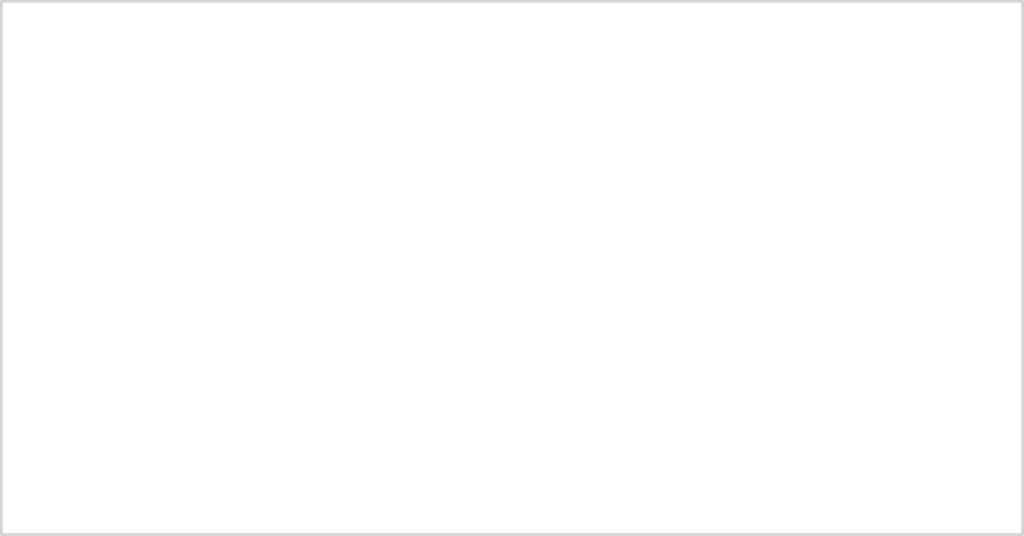
<source format=kicad_pcb>
(kicad_pcb (version 4) (host pcbnew 4.0.5+dfsg1-4+deb9u1)

  (general
    (links 0)
    (no_connects 0)
    (area 73.469499 60.769499 214.820501 134.810501)
    (thickness 1.6002)
    (drawings 4)
    (tracks 0)
    (zones 0)
    (modules 0)
    (nets 1)
  )

  (page A4)
  (title_block
    (title "CTT Transistor Tester - CTT/PS3 power supply unit")
    (date "5 feb 2012")
    (rev 1.0)
    (company "Pozsar Zsolt")
    (comment 1 "Draw number: CTT/25, CTT/38-39")
  )

  (layers
    (0 Front signal)
    (31 Back signal)
    (32 B.Adhes user)
    (33 F.Adhes user)
    (34 B.Paste user)
    (35 F.Paste user)
    (36 B.SilkS user)
    (37 F.SilkS user)
    (38 B.Mask user)
    (39 F.Mask user)
    (40 Dwgs.User user)
    (41 Cmts.User user)
    (42 Eco1.User user)
    (43 Eco2.User user)
    (44 Edge.Cuts user)
  )

  (setup
    (last_trace_width 0.2032)
    (trace_clearance 0.254)
    (zone_clearance 0.508)
    (zone_45_only no)
    (trace_min 0.2032)
    (segment_width 0.381)
    (edge_width 0.381)
    (via_size 0.889)
    (via_drill 0.635)
    (via_min_size 0.889)
    (via_min_drill 0.508)
    (uvia_size 0.59944)
    (uvia_drill 0.127)
    (uvias_allowed no)
    (uvia_min_size 0.508)
    (uvia_min_drill 0.127)
    (pcb_text_width 0.3048)
    (pcb_text_size 1.524 2.032)
    (mod_edge_width 0.381)
    (mod_text_size 1.524 1.524)
    (mod_text_width 0.3048)
    (pad_size 1.80086 1.80086)
    (pad_drill 0.8128)
    (pad_to_mask_clearance 0.254)
    (aux_axis_origin 0 0)
    (visible_elements FFFFFF7F)
    (pcbplotparams
      (layerselection 0x00030_80000001)
      (usegerberextensions false)
      (excludeedgelayer true)
      (linewidth 0.100000)
      (plotframeref false)
      (viasonmask false)
      (mode 1)
      (useauxorigin false)
      (hpglpennumber 1)
      (hpglpenspeed 20)
      (hpglpendiameter 15)
      (hpglpenoverlay 2)
      (psnegative false)
      (psa4output false)
      (plotreference true)
      (plotvalue true)
      (plotinvisibletext false)
      (padsonsilk false)
      (subtractmaskfromsilk false)
      (outputformat 1)
      (mirror false)
      (drillshape 1)
      (scaleselection 1)
      (outputdirectory ""))
  )

  (net 0 "")

  (net_class Default "This is the default net class."
    (clearance 0.254)
    (trace_width 0.2032)
    (via_dia 0.889)
    (via_drill 0.635)
    (uvia_dia 0.59944)
    (uvia_drill 0.127)
  )

  (net_class Thick ""
    (clearance 0.254)
    (trace_width 1.00076)
    (via_dia 0.889)
    (via_drill 0.635)
    (uvia_dia 0.59944)
    (uvia_drill 0.127)
  )

  (gr_line (start 73.66 134.62) (end 73.66 60.96) (angle 90) (layer Edge.Cuts) (width 0.381))
  (gr_line (start 214.63 134.62) (end 73.66 134.62) (angle 90) (layer Edge.Cuts) (width 0.381))
  (gr_line (start 214.63 60.96) (end 214.63 134.62) (angle 90) (layer Edge.Cuts) (width 0.381))
  (gr_line (start 73.66 60.96) (end 214.63 60.96) (angle 90) (layer Edge.Cuts) (width 0.381))

)

</source>
